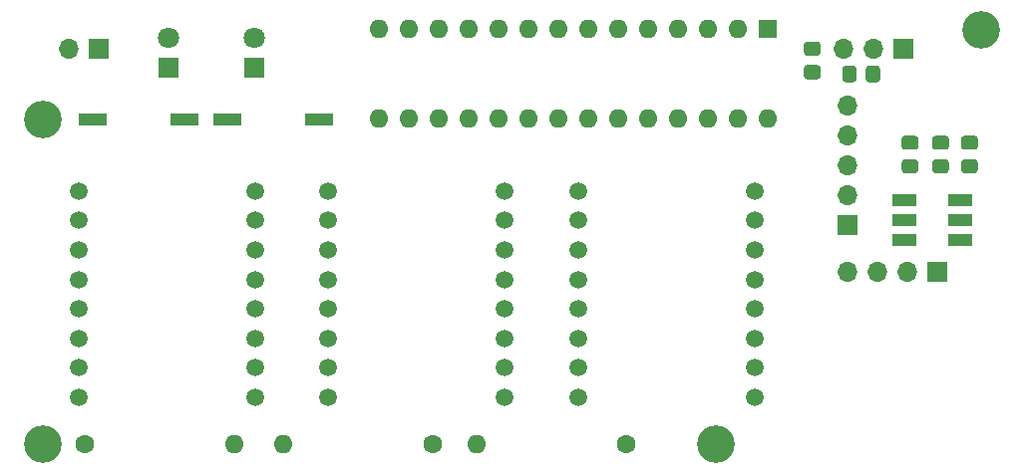
<source format=gbr>
%TF.GenerationSoftware,KiCad,Pcbnew,5.1.9*%
%TF.CreationDate,2021-02-04T18:55:06+01:00*%
%TF.ProjectId,hl-alyx-glove,686c2d61-6c79-4782-9d67-6c6f76652e6b,rev?*%
%TF.SameCoordinates,Original*%
%TF.FileFunction,Soldermask,Top*%
%TF.FilePolarity,Negative*%
%FSLAX46Y46*%
G04 Gerber Fmt 4.6, Leading zero omitted, Abs format (unit mm)*
G04 Created by KiCad (PCBNEW 5.1.9) date 2021-02-04 18:55:06*
%MOMM*%
%LPD*%
G01*
G04 APERTURE LIST*
%ADD10R,2.440000X1.120000*%
%ADD11O,1.700000X1.700000*%
%ADD12R,1.700000X1.700000*%
%ADD13C,1.500000*%
%ADD14C,3.200000*%
%ADD15O,1.600000X1.600000*%
%ADD16R,1.600000X1.600000*%
%ADD17R,2.000000X1.100000*%
%ADD18R,1.800000X1.800000*%
%ADD19C,1.800000*%
%ADD20C,1.600000*%
G04 APERTURE END LIST*
D10*
%TO.C,SW2*%
X104705000Y-55400000D03*
X112495000Y-55400000D03*
%TD*%
%TO.C,SW1*%
X93305000Y-55400000D03*
X101095000Y-55400000D03*
%TD*%
%TO.C,R13*%
G36*
G01*
X163150001Y-58000000D02*
X162249999Y-58000000D01*
G75*
G02*
X162000000Y-57750001I0J249999D01*
G01*
X162000000Y-57049999D01*
G75*
G02*
X162249999Y-56800000I249999J0D01*
G01*
X163150001Y-56800000D01*
G75*
G02*
X163400000Y-57049999I0J-249999D01*
G01*
X163400000Y-57750001D01*
G75*
G02*
X163150001Y-58000000I-249999J0D01*
G01*
G37*
G36*
G01*
X163150001Y-60000000D02*
X162249999Y-60000000D01*
G75*
G02*
X162000000Y-59750001I0J249999D01*
G01*
X162000000Y-59049999D01*
G75*
G02*
X162249999Y-58800000I249999J0D01*
G01*
X163150001Y-58800000D01*
G75*
G02*
X163400000Y-59049999I0J-249999D01*
G01*
X163400000Y-59750001D01*
G75*
G02*
X163150001Y-60000000I-249999J0D01*
G01*
G37*
%TD*%
%TO.C,R12*%
G36*
G01*
X165750001Y-58000000D02*
X164849999Y-58000000D01*
G75*
G02*
X164600000Y-57750001I0J249999D01*
G01*
X164600000Y-57049999D01*
G75*
G02*
X164849999Y-56800000I249999J0D01*
G01*
X165750001Y-56800000D01*
G75*
G02*
X166000000Y-57049999I0J-249999D01*
G01*
X166000000Y-57750001D01*
G75*
G02*
X165750001Y-58000000I-249999J0D01*
G01*
G37*
G36*
G01*
X165750001Y-60000000D02*
X164849999Y-60000000D01*
G75*
G02*
X164600000Y-59750001I0J249999D01*
G01*
X164600000Y-59049999D01*
G75*
G02*
X164849999Y-58800000I249999J0D01*
G01*
X165750001Y-58800000D01*
G75*
G02*
X166000000Y-59049999I0J-249999D01*
G01*
X166000000Y-59750001D01*
G75*
G02*
X165750001Y-60000000I-249999J0D01*
G01*
G37*
%TD*%
%TO.C,R11*%
G36*
G01*
X158150000Y-51099999D02*
X158150000Y-52000001D01*
G75*
G02*
X157900001Y-52250000I-249999J0D01*
G01*
X157199999Y-52250000D01*
G75*
G02*
X156950000Y-52000001I0J249999D01*
G01*
X156950000Y-51099999D01*
G75*
G02*
X157199999Y-50850000I249999J0D01*
G01*
X157900001Y-50850000D01*
G75*
G02*
X158150000Y-51099999I0J-249999D01*
G01*
G37*
G36*
G01*
X160150000Y-51099999D02*
X160150000Y-52000001D01*
G75*
G02*
X159900001Y-52250000I-249999J0D01*
G01*
X159199999Y-52250000D01*
G75*
G02*
X158950000Y-52000001I0J249999D01*
G01*
X158950000Y-51099999D01*
G75*
G02*
X159199999Y-50850000I249999J0D01*
G01*
X159900001Y-50850000D01*
G75*
G02*
X160150000Y-51099999I0J-249999D01*
G01*
G37*
%TD*%
D11*
%TO.C,J4*%
X157020000Y-49400000D03*
X159560000Y-49400000D03*
D12*
X162100000Y-49400000D03*
%TD*%
D13*
%TO.C,LED2*%
X128300001Y-61510001D03*
X113300001Y-61510001D03*
X128300001Y-64010001D03*
X113300001Y-64010001D03*
X128300001Y-66510001D03*
X113300001Y-66510001D03*
X128300001Y-69010001D03*
X113300001Y-69010001D03*
X128300001Y-71510001D03*
X113300001Y-71510001D03*
X128300001Y-74010001D03*
X113300001Y-74010001D03*
X128300001Y-76510001D03*
X113300001Y-76510001D03*
X128300001Y-79010001D03*
X113300001Y-79010001D03*
%TD*%
%TO.C,R7*%
G36*
G01*
X168200001Y-58000000D02*
X167299999Y-58000000D01*
G75*
G02*
X167050000Y-57750001I0J249999D01*
G01*
X167050000Y-57049999D01*
G75*
G02*
X167299999Y-56800000I249999J0D01*
G01*
X168200001Y-56800000D01*
G75*
G02*
X168450000Y-57049999I0J-249999D01*
G01*
X168450000Y-57750001D01*
G75*
G02*
X168200001Y-58000000I-249999J0D01*
G01*
G37*
G36*
G01*
X168200001Y-60000000D02*
X167299999Y-60000000D01*
G75*
G02*
X167050000Y-59750001I0J249999D01*
G01*
X167050000Y-59049999D01*
G75*
G02*
X167299999Y-58800000I249999J0D01*
G01*
X168200001Y-58800000D01*
G75*
G02*
X168450000Y-59049999I0J-249999D01*
G01*
X168450000Y-59750001D01*
G75*
G02*
X168200001Y-60000000I-249999J0D01*
G01*
G37*
%TD*%
%TO.C,R10*%
G36*
G01*
X153949999Y-50800000D02*
X154850001Y-50800000D01*
G75*
G02*
X155100000Y-51049999I0J-249999D01*
G01*
X155100000Y-51750001D01*
G75*
G02*
X154850001Y-52000000I-249999J0D01*
G01*
X153949999Y-52000000D01*
G75*
G02*
X153700000Y-51750001I0J249999D01*
G01*
X153700000Y-51049999D01*
G75*
G02*
X153949999Y-50800000I249999J0D01*
G01*
G37*
G36*
G01*
X153949999Y-48800000D02*
X154850001Y-48800000D01*
G75*
G02*
X155100000Y-49049999I0J-249999D01*
G01*
X155100000Y-49750001D01*
G75*
G02*
X154850001Y-50000000I-249999J0D01*
G01*
X153949999Y-50000000D01*
G75*
G02*
X153700000Y-49750001I0J249999D01*
G01*
X153700000Y-49049999D01*
G75*
G02*
X153949999Y-48800000I249999J0D01*
G01*
G37*
%TD*%
D14*
%TO.C,H4*%
X89100000Y-83000000D03*
%TD*%
%TO.C,H3*%
X146200000Y-83000000D03*
%TD*%
%TO.C,H2*%
X89100000Y-55400000D03*
%TD*%
%TO.C,H1*%
X168700000Y-47800000D03*
%TD*%
D11*
%TO.C,J3*%
X157400000Y-54240000D03*
X157400000Y-56780000D03*
X157400000Y-59320000D03*
X157400000Y-61860000D03*
D12*
X157400000Y-64400000D03*
%TD*%
D11*
%TO.C,J2*%
X91260000Y-49400000D03*
D12*
X93800000Y-49400000D03*
%TD*%
D15*
%TO.C,U4*%
X150600000Y-55370000D03*
X117580000Y-47750000D03*
X148060000Y-55370000D03*
X120120000Y-47750000D03*
X145520000Y-55370000D03*
X122660000Y-47750000D03*
X142980000Y-55370000D03*
X125200000Y-47750000D03*
X140440000Y-55370000D03*
X127740000Y-47750000D03*
X137900000Y-55370000D03*
X130280000Y-47750000D03*
X135360000Y-55370000D03*
X132820000Y-47750000D03*
X132820000Y-55370000D03*
X135360000Y-47750000D03*
X130280000Y-55370000D03*
X137900000Y-47750000D03*
X127740000Y-55370000D03*
X140440000Y-47750000D03*
X125200000Y-55370000D03*
X142980000Y-47750000D03*
X122660000Y-55370000D03*
X145520000Y-47750000D03*
X120120000Y-55370000D03*
X148060000Y-47750000D03*
X117580000Y-55370000D03*
D16*
X150600000Y-47750000D03*
%TD*%
D17*
%TO.C,D3*%
X167000000Y-62300000D03*
X167000000Y-64000000D03*
X167000000Y-65700000D03*
X162200000Y-65700000D03*
X162200000Y-64000000D03*
X162200000Y-62300000D03*
%TD*%
D13*
%TO.C,LED3*%
X149500001Y-61510001D03*
X134500001Y-61510001D03*
X149500001Y-64010001D03*
X134500001Y-64010001D03*
X149500001Y-66510001D03*
X134500001Y-66510001D03*
X149500001Y-69010001D03*
X134500001Y-69010001D03*
X149500001Y-71510001D03*
X134500001Y-71510001D03*
X149500001Y-74010001D03*
X134500001Y-74010001D03*
X149500001Y-76510001D03*
X134500001Y-76510001D03*
X149500001Y-79010001D03*
X134500001Y-79010001D03*
%TD*%
D18*
%TO.C,D2*%
X99750000Y-51000000D03*
D19*
X99750000Y-48460000D03*
%TD*%
%TO.C,D1*%
X107000000Y-48460000D03*
D18*
X107000000Y-51000000D03*
%TD*%
D11*
%TO.C,J1*%
X157430000Y-68400000D03*
X159970000Y-68400000D03*
X162510000Y-68400000D03*
D12*
X165050000Y-68400000D03*
%TD*%
D15*
%TO.C,R3*%
X125900000Y-83000000D03*
D20*
X138600000Y-83000000D03*
%TD*%
D15*
%TO.C,R2*%
X109500000Y-83000000D03*
D20*
X122200000Y-83000000D03*
%TD*%
D15*
%TO.C,R1*%
X105300000Y-83000000D03*
D20*
X92600000Y-83000000D03*
%TD*%
D13*
%TO.C,LED1*%
X92091999Y-79010001D03*
X107091999Y-79010001D03*
X92091999Y-76510001D03*
X107091999Y-76510001D03*
X92091999Y-74010001D03*
X107091999Y-74010001D03*
X92091999Y-71510001D03*
X107091999Y-71510001D03*
X92091999Y-69010001D03*
X107091999Y-69010001D03*
X92091999Y-66510001D03*
X107091999Y-66510001D03*
X92091999Y-64010001D03*
X107091999Y-64010001D03*
X92091999Y-61510001D03*
X107091999Y-61510001D03*
%TD*%
M02*

</source>
